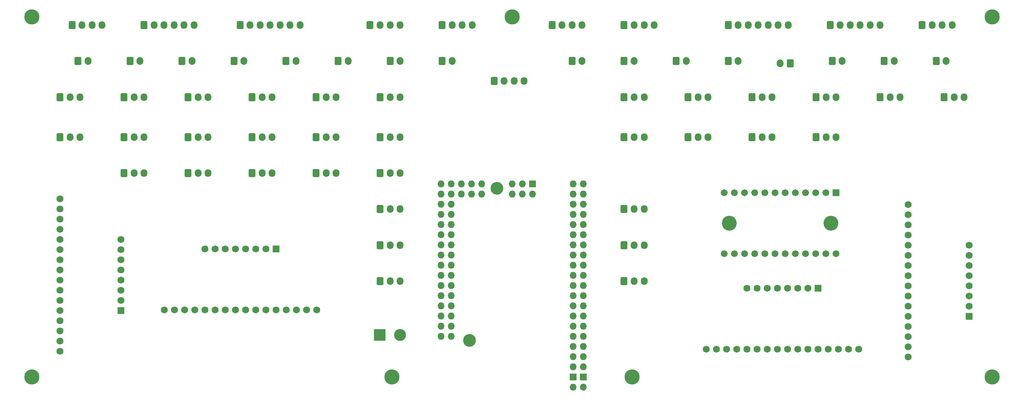
<source format=gbr>
%TF.GenerationSoftware,KiCad,Pcbnew,7.0.9*%
%TF.CreationDate,2024-03-13T22:59:51+01:00*%
%TF.ProjectId,FCU_Mainboard_v2,4643555f-4d61-4696-9e62-6f6172645f76,rev?*%
%TF.SameCoordinates,Original*%
%TF.FileFunction,Soldermask,Top*%
%TF.FilePolarity,Negative*%
%FSLAX46Y46*%
G04 Gerber Fmt 4.6, Leading zero omitted, Abs format (unit mm)*
G04 Created by KiCad (PCBNEW 7.0.9) date 2024-03-13 22:59:51*
%MOMM*%
%LPD*%
G01*
G04 APERTURE LIST*
G04 Aperture macros list*
%AMRoundRect*
0 Rectangle with rounded corners*
0 $1 Rounding radius*
0 $2 $3 $4 $5 $6 $7 $8 $9 X,Y pos of 4 corners*
0 Add a 4 corners polygon primitive as box body*
4,1,4,$2,$3,$4,$5,$6,$7,$8,$9,$2,$3,0*
0 Add four circle primitives for the rounded corners*
1,1,$1+$1,$2,$3*
1,1,$1+$1,$4,$5*
1,1,$1+$1,$6,$7*
1,1,$1+$1,$8,$9*
0 Add four rect primitives between the rounded corners*
20,1,$1+$1,$2,$3,$4,$5,0*
20,1,$1+$1,$4,$5,$6,$7,0*
20,1,$1+$1,$6,$7,$8,$9,0*
20,1,$1+$1,$8,$9,$2,$3,0*%
G04 Aperture macros list end*
%ADD10RoundRect,0.250000X-0.600000X-0.725000X0.600000X-0.725000X0.600000X0.725000X-0.600000X0.725000X0*%
%ADD11O,1.700000X1.950000*%
%ADD12RoundRect,0.250000X-0.600000X-0.750000X0.600000X-0.750000X0.600000X0.750000X-0.600000X0.750000X0*%
%ADD13O,1.700000X2.000000*%
%ADD14C,2.600000*%
%ADD15C,3.800000*%
%ADD16C,1.734000*%
%ADD17RoundRect,0.102000X-0.765000X-0.765000X0.765000X-0.765000X0.765000X0.765000X-0.765000X0.765000X0*%
%ADD18RoundRect,0.102000X0.765000X-0.765000X0.765000X0.765000X-0.765000X0.765000X-0.765000X-0.765000X0*%
%ADD19RoundRect,0.250000X0.600000X0.750000X-0.600000X0.750000X-0.600000X-0.750000X0.600000X-0.750000X0*%
%ADD20RoundRect,0.102000X-0.754000X0.754000X-0.754000X-0.754000X0.754000X-0.754000X0.754000X0.754000X0*%
%ADD21C,1.712000*%
%ADD22C,3.720000*%
%ADD23R,3.000000X3.000000*%
%ADD24C,3.000000*%
%ADD25C,3.200000*%
%ADD26O,1.727200X1.727200*%
%ADD27R,1.727200X1.727200*%
G04 APERTURE END LIST*
D10*
%TO.C,R_EFIS_MAP_RANGE*%
X199000000Y-27000000D03*
D11*
X201500000Y-27000000D03*
X204000000Y-27000000D03*
X206500000Y-27000000D03*
X209000000Y-27000000D03*
X211500000Y-27000000D03*
X214000000Y-27000000D03*
%TD*%
D10*
%TO.C,R_BARO_ENC*%
X112000000Y-64000000D03*
D11*
X114500000Y-64000000D03*
X117000000Y-64000000D03*
%TD*%
D10*
%TO.C,AP1*%
X112000000Y-91000000D03*
D11*
X114500000Y-91000000D03*
X117000000Y-91000000D03*
%TD*%
D10*
%TO.C,VOR/ADF 1*%
X80000000Y-55000000D03*
D11*
X82500000Y-55000000D03*
X85000000Y-55000000D03*
%TD*%
D10*
%TO.C,VOR/ADF 1*%
X237000000Y-45000000D03*
D11*
X239500000Y-45000000D03*
X242000000Y-45000000D03*
%TD*%
D12*
%TO.C,HDG_PUSH*%
X186000000Y-36000000D03*
D13*
X188500000Y-36000000D03*
%TD*%
D14*
%TO.C,H3*%
X265000000Y-25000000D03*
D15*
X265000000Y-25000000D03*
%TD*%
D12*
%TO.C,LVL_OFF_BTN*%
X88500000Y-36000000D03*
D13*
X91000000Y-36000000D03*
%TD*%
D14*
%TO.C,H8*%
X175000000Y-115000000D03*
D15*
X175000000Y-115000000D03*
%TD*%
D10*
%TO.C,R_EFIS_MAP_MODE*%
X224500000Y-27000000D03*
D11*
X227000000Y-27000000D03*
X229500000Y-27000000D03*
X232000000Y-27000000D03*
X234500000Y-27000000D03*
X237000000Y-27000000D03*
%TD*%
D12*
%TO.C,VSPEED_PULL*%
X36500000Y-36000000D03*
D13*
X39000000Y-36000000D03*
%TD*%
D10*
%TO.C,ALT_ROT*%
X80000000Y-45000000D03*
D11*
X82500000Y-45000000D03*
X85000000Y-45000000D03*
%TD*%
D14*
%TO.C,H7*%
X265000000Y-115000000D03*
D15*
X265000000Y-115000000D03*
%TD*%
D10*
%TO.C,APPR*%
X173000000Y-73000000D03*
D11*
X175500000Y-73000000D03*
X178000000Y-73000000D03*
%TD*%
D10*
%TO.C,ALT_OLED*%
X155000000Y-27000000D03*
D11*
X157500000Y-27000000D03*
X160000000Y-27000000D03*
X162500000Y-27000000D03*
%TD*%
D10*
%TO.C,VSPEED_ENC*%
X96000000Y-64000000D03*
D11*
X98500000Y-64000000D03*
X101000000Y-64000000D03*
%TD*%
D10*
%TO.C,L_EFIS_MAP_RANGE*%
X77000000Y-27000000D03*
D11*
X79500000Y-27000000D03*
X82000000Y-27000000D03*
X84500000Y-27000000D03*
X87000000Y-27000000D03*
X89500000Y-27000000D03*
X92000000Y-27000000D03*
%TD*%
D14*
%TO.C,H2*%
X25000000Y-115000000D03*
D15*
X25000000Y-115000000D03*
%TD*%
D10*
%TO.C,L_EFIS_OLED*%
X35000000Y-27000000D03*
D11*
X37500000Y-27000000D03*
X40000000Y-27000000D03*
X42500000Y-27000000D03*
%TD*%
D10*
%TO.C,R_EFIS_NDB*%
X189000000Y-55000000D03*
D11*
X191500000Y-55000000D03*
X194000000Y-55000000D03*
%TD*%
D10*
%TO.C,HDG_ENC*%
X80000000Y-64000000D03*
D11*
X82500000Y-64000000D03*
X85000000Y-64000000D03*
%TD*%
D12*
%TO.C,BARO_PUSH*%
X251000000Y-36000000D03*
D13*
X253500000Y-36000000D03*
%TD*%
D12*
%TO.C,BARO_PUSH*%
X62500000Y-36000000D03*
D13*
X65000000Y-36000000D03*
%TD*%
D10*
%TO.C,EXPED*%
X173000000Y-82000000D03*
D11*
X175500000Y-82000000D03*
X178000000Y-82000000D03*
%TD*%
D16*
%TO.C,U7*%
X32000000Y-108540000D03*
X32000000Y-106000000D03*
X32000000Y-103460000D03*
X32000000Y-100920000D03*
X32000000Y-98380000D03*
X32000000Y-95840000D03*
X32000000Y-93300000D03*
X32000000Y-90760000D03*
X32000000Y-88220000D03*
X32000000Y-85680000D03*
X32000000Y-83140000D03*
X32000000Y-80600000D03*
X32000000Y-78060000D03*
X32000000Y-75520000D03*
X32000000Y-72980000D03*
X32000000Y-70440000D03*
D17*
X47240000Y-98380000D03*
D16*
X47240000Y-95840000D03*
X47240000Y-93300000D03*
X47240000Y-90760000D03*
X47240000Y-88220000D03*
X47240000Y-85680000D03*
X47240000Y-83140000D03*
X47240000Y-80600000D03*
%TD*%
D12*
%TO.C,METRIC_ALT*%
X114500000Y-36000000D03*
D13*
X117000000Y-36000000D03*
%TD*%
D10*
%TO.C,SPD_OLED*%
X109500000Y-27000000D03*
D11*
X112000000Y-27000000D03*
X114500000Y-27000000D03*
X117000000Y-27000000D03*
%TD*%
D10*
%TO.C,LOC*%
X112000000Y-73000000D03*
D11*
X114500000Y-73000000D03*
X117000000Y-73000000D03*
%TD*%
D12*
%TO.C,HDG_PULL*%
X127500000Y-36000000D03*
D13*
X130000000Y-36000000D03*
%TD*%
D12*
%TO.C,SPD_PUSH*%
X49500000Y-36000000D03*
D13*
X52000000Y-36000000D03*
%TD*%
D10*
%TO.C,L_EFIS_hPa_inHg*%
X64000000Y-55000000D03*
D11*
X66500000Y-55000000D03*
X69000000Y-55000000D03*
%TD*%
D10*
%TO.C,L_EFIS_NDB*%
X96000000Y-55000000D03*
D11*
X98500000Y-55000000D03*
X101000000Y-55000000D03*
%TD*%
D12*
%TO.C,HDG/TRK*%
X225000000Y-36000000D03*
D13*
X227500000Y-36000000D03*
%TD*%
D10*
%TO.C,AP2*%
X112000000Y-82000000D03*
D11*
X114500000Y-82000000D03*
X117000000Y-82000000D03*
%TD*%
D14*
%TO.C,H4*%
X25000000Y-25000000D03*
D15*
X25000000Y-25000000D03*
%TD*%
D10*
%TO.C,L_EFIS_LS*%
X64000000Y-45000000D03*
D11*
X66500000Y-45000000D03*
X69000000Y-45000000D03*
%TD*%
D16*
%TO.C,U9*%
X231660000Y-108000000D03*
X229120000Y-108000000D03*
X226580000Y-108000000D03*
X224040000Y-108000000D03*
X221500000Y-108000000D03*
X218960000Y-108000000D03*
X216420000Y-108000000D03*
X213880000Y-108000000D03*
X211340000Y-108000000D03*
X208800000Y-108000000D03*
X206260000Y-108000000D03*
X203720000Y-108000000D03*
X201180000Y-108000000D03*
X198640000Y-108000000D03*
X196100000Y-108000000D03*
X193560000Y-108000000D03*
D18*
X221500000Y-92760000D03*
D16*
X218960000Y-92760000D03*
X216420000Y-92760000D03*
X213880000Y-92760000D03*
X211340000Y-92760000D03*
X208800000Y-92760000D03*
X206260000Y-92760000D03*
X203720000Y-92760000D03*
%TD*%
D10*
%TO.C,L_EFIS_CSTR*%
X96000000Y-45000000D03*
D11*
X98500000Y-45000000D03*
X101000000Y-45000000D03*
%TD*%
D10*
%TO.C,L_EFIS_MAP_MODE*%
X53000000Y-27000000D03*
D11*
X55500000Y-27000000D03*
X58000000Y-27000000D03*
X60500000Y-27000000D03*
X63000000Y-27000000D03*
X65500000Y-27000000D03*
%TD*%
D10*
%TO.C,L_EFIS_ARPT*%
X32000000Y-45000000D03*
D11*
X34500000Y-45000000D03*
X37000000Y-45000000D03*
%TD*%
D12*
%TO.C,BARO_PULL*%
X75500000Y-36000000D03*
D13*
X78000000Y-36000000D03*
%TD*%
D12*
%TO.C,SPD_PULL*%
X101500000Y-36000000D03*
D13*
X104000000Y-36000000D03*
%TD*%
D10*
%TO.C,R_EFIS_hPa_inHg*%
X173000000Y-55000000D03*
D11*
X175500000Y-55000000D03*
X178000000Y-55000000D03*
%TD*%
D10*
%TO.C,L_EFIS_WPT*%
X112000000Y-45000000D03*
D11*
X114500000Y-45000000D03*
X117000000Y-45000000D03*
%TD*%
D14*
%TO.C,H5*%
X115000000Y-115000000D03*
D15*
X115000000Y-115000000D03*
%TD*%
D10*
%TO.C,VOR/ADF 2*%
X205000000Y-55000000D03*
D11*
X207500000Y-55000000D03*
X210000000Y-55000000D03*
%TD*%
D10*
%TO.C,VSPEED_OLED*%
X173000000Y-27000000D03*
D11*
X175500000Y-27000000D03*
X178000000Y-27000000D03*
X180500000Y-27000000D03*
%TD*%
D10*
%TO.C,L_EFIS_FD*%
X48000000Y-45000000D03*
D11*
X50500000Y-45000000D03*
X53000000Y-45000000D03*
%TD*%
D19*
%TO.C,SPD/MACH*%
X214500000Y-36600000D03*
D13*
X212000000Y-36600000D03*
%TD*%
D20*
%TO.C,U1*%
X225970000Y-68880000D03*
D21*
X223430000Y-68880000D03*
X220890000Y-68880000D03*
X218350000Y-68880000D03*
X215810000Y-68880000D03*
X213270000Y-68880000D03*
X210730000Y-68880000D03*
X208190000Y-68880000D03*
X205650000Y-68880000D03*
X203110000Y-68880000D03*
X200570000Y-68880000D03*
X198030000Y-68880000D03*
X198030000Y-84120000D03*
X200570000Y-84120000D03*
X203110000Y-84120000D03*
X205650000Y-84120000D03*
X208190000Y-84120000D03*
X210730000Y-84120000D03*
X213270000Y-84120000D03*
X215810000Y-84120000D03*
X218350000Y-84120000D03*
X220890000Y-84120000D03*
X223430000Y-84120000D03*
X225970000Y-84120000D03*
D22*
X224700000Y-76500000D03*
X199300000Y-76500000D03*
%TD*%
D10*
%TO.C,R_EFIS_VORD*%
X221000000Y-45000000D03*
D11*
X223500000Y-45000000D03*
X226000000Y-45000000D03*
%TD*%
D23*
%TO.C,PWR_IN*%
X111920000Y-104500000D03*
D24*
X117000000Y-104500000D03*
%TD*%
D10*
%TO.C,ALT_100_1000*%
X32000000Y-55000000D03*
D11*
X34500000Y-55000000D03*
X37000000Y-55000000D03*
%TD*%
D10*
%TO.C,R_EFIS_CSTR*%
X205000000Y-45000000D03*
D11*
X207500000Y-45000000D03*
X210000000Y-45000000D03*
%TD*%
D12*
%TO.C,BARO_PULL*%
X160000000Y-36000000D03*
D13*
X162500000Y-36000000D03*
%TD*%
D10*
%TO.C,SPD_ENC*%
X64000000Y-64000000D03*
D11*
X66500000Y-64000000D03*
X69000000Y-64000000D03*
%TD*%
D16*
%TO.C,U5*%
X96160000Y-98240000D03*
X93620000Y-98240000D03*
X91080000Y-98240000D03*
X88540000Y-98240000D03*
X86000000Y-98240000D03*
X83460000Y-98240000D03*
X80920000Y-98240000D03*
X78380000Y-98240000D03*
X75840000Y-98240000D03*
X73300000Y-98240000D03*
X70760000Y-98240000D03*
X68220000Y-98240000D03*
X65680000Y-98240000D03*
X63140000Y-98240000D03*
X60600000Y-98240000D03*
X58060000Y-98240000D03*
D18*
X86000000Y-83000000D03*
D16*
X83460000Y-83000000D03*
X80920000Y-83000000D03*
X78380000Y-83000000D03*
X75840000Y-83000000D03*
X73300000Y-83000000D03*
X70760000Y-83000000D03*
X68220000Y-83000000D03*
%TD*%
%TO.C,U8*%
X244000000Y-110000000D03*
X244000000Y-107460000D03*
X244000000Y-104920000D03*
X244000000Y-102380000D03*
X244000000Y-99840000D03*
X244000000Y-97300000D03*
X244000000Y-94760000D03*
X244000000Y-92220000D03*
X244000000Y-89680000D03*
X244000000Y-87140000D03*
X244000000Y-84600000D03*
X244000000Y-82060000D03*
X244000000Y-79520000D03*
X244000000Y-76980000D03*
X244000000Y-74440000D03*
X244000000Y-71900000D03*
D17*
X259240000Y-99840000D03*
D16*
X259240000Y-97300000D03*
X259240000Y-94760000D03*
X259240000Y-92220000D03*
X259240000Y-89680000D03*
X259240000Y-87140000D03*
X259240000Y-84600000D03*
X259240000Y-82060000D03*
%TD*%
D10*
%TO.C,R_EFIS_OLED*%
X247500000Y-27000000D03*
D11*
X250000000Y-27000000D03*
X252500000Y-27000000D03*
X255000000Y-27000000D03*
%TD*%
%TO.C,L_BARO_ENC*%
X53000000Y-64000000D03*
X50500000Y-64000000D03*
D10*
X48000000Y-64000000D03*
%TD*%
%TO.C,R_EFIS_WPT*%
X173000000Y-45000000D03*
D11*
X175500000Y-45000000D03*
X178000000Y-45000000D03*
%TD*%
D10*
%TO.C,HDG_OLED*%
X127500000Y-27000000D03*
D11*
X130000000Y-27000000D03*
X132500000Y-27000000D03*
X135000000Y-27000000D03*
%TD*%
D10*
%TO.C,R_EFIS_LS*%
X253000000Y-45000000D03*
D11*
X255500000Y-45000000D03*
X258000000Y-45000000D03*
%TD*%
D12*
%TO.C,VSPEED_PUSH*%
X238000000Y-36000000D03*
D13*
X240500000Y-36000000D03*
%TD*%
D10*
%TO.C,L_EFIS_VORD*%
X48000000Y-55000000D03*
D11*
X50500000Y-55000000D03*
X53000000Y-55000000D03*
%TD*%
D12*
%TO.C,ALT_PULL*%
X173000000Y-36000000D03*
D13*
X175500000Y-36000000D03*
%TD*%
D12*
%TO.C,ALT_PUSH*%
X199000000Y-36000000D03*
D13*
X201500000Y-36000000D03*
%TD*%
D10*
%TO.C,HDG_TRK_OLED*%
X140500000Y-41000000D03*
D11*
X143000000Y-41000000D03*
X145500000Y-41000000D03*
X148000000Y-41000000D03*
%TD*%
D10*
%TO.C,R_EFIS_ARPT*%
X221000000Y-55000000D03*
D11*
X223500000Y-55000000D03*
X226000000Y-55000000D03*
%TD*%
D14*
%TO.C,H6*%
X145000000Y-25000000D03*
D15*
X145000000Y-25000000D03*
%TD*%
D25*
%TO.C,A1*%
X134332000Y-105840800D03*
X141190000Y-67817000D03*
D26*
X160240000Y-109854000D03*
X162780000Y-109854000D03*
X160240000Y-112394000D03*
X145000000Y-66674000D03*
X162780000Y-112394000D03*
X127220000Y-104774000D03*
X129760000Y-104774000D03*
X127220000Y-102234000D03*
X129760000Y-102234000D03*
X127220000Y-99694000D03*
X129760000Y-99694000D03*
X127220000Y-97154000D03*
X129760000Y-97154000D03*
X127220000Y-94614000D03*
X129760000Y-94614000D03*
X127220000Y-92074000D03*
X129760000Y-92074000D03*
X127220000Y-89534000D03*
X129760000Y-89534000D03*
X127220000Y-86994000D03*
X129760000Y-86994000D03*
X160240000Y-107314000D03*
X160240000Y-104774000D03*
X162780000Y-104774000D03*
X160240000Y-102234000D03*
X162780000Y-102234000D03*
X160240000Y-99694000D03*
X162780000Y-99694000D03*
X160240000Y-97154000D03*
X162780000Y-97154000D03*
X160240000Y-94614000D03*
X162780000Y-94614000D03*
X160240000Y-92074000D03*
X162780000Y-92074000D03*
X160240000Y-89534000D03*
X162780000Y-89534000D03*
X160240000Y-86994000D03*
X162780000Y-86994000D03*
X160240000Y-84454000D03*
X162780000Y-84454000D03*
X160240000Y-81914000D03*
X162780000Y-81914000D03*
X160240000Y-79374000D03*
X162780000Y-79374000D03*
X160240000Y-76834000D03*
X162780000Y-76834000D03*
X160240000Y-74294000D03*
X162780000Y-74294000D03*
X160240000Y-71754000D03*
X162780000Y-71754000D03*
X160240000Y-69214000D03*
X162780000Y-69214000D03*
X160240000Y-66674000D03*
X162780000Y-66674000D03*
X127220000Y-84454000D03*
X129760000Y-84454000D03*
X127220000Y-81914000D03*
X129760000Y-81914000D03*
X127220000Y-79374000D03*
X129760000Y-79374000D03*
X127220000Y-76834000D03*
X129760000Y-76834000D03*
X127220000Y-74294000D03*
X129760000Y-74294000D03*
X127220000Y-71754000D03*
X129760000Y-71754000D03*
X127220000Y-69214000D03*
X129760000Y-69214000D03*
X127220000Y-66674000D03*
X129760000Y-66674000D03*
X132300000Y-66674000D03*
X132300000Y-69214000D03*
X134840000Y-66674000D03*
X134840000Y-69214000D03*
X137380000Y-66674000D03*
X137380000Y-69214000D03*
D27*
X160240000Y-114934000D03*
X162780000Y-114934000D03*
X150080000Y-66674000D03*
D26*
X145000000Y-69214000D03*
X147540000Y-66674000D03*
X162780000Y-107314000D03*
X150080000Y-69214000D03*
X147540000Y-69214000D03*
X160240000Y-117474000D03*
X162780000Y-117474000D03*
%TD*%
D10*
%TO.C,A/THR*%
X173000000Y-91000000D03*
D11*
X175500000Y-91000000D03*
X178000000Y-91000000D03*
%TD*%
D10*
%TO.C,R_EFIS_FD*%
X189000000Y-45000000D03*
D11*
X191500000Y-45000000D03*
X194000000Y-45000000D03*
%TD*%
D10*
%TO.C,VOR/ADF 2*%
X112000000Y-55000000D03*
D11*
X114500000Y-55000000D03*
X117000000Y-55000000D03*
%TD*%
M02*

</source>
